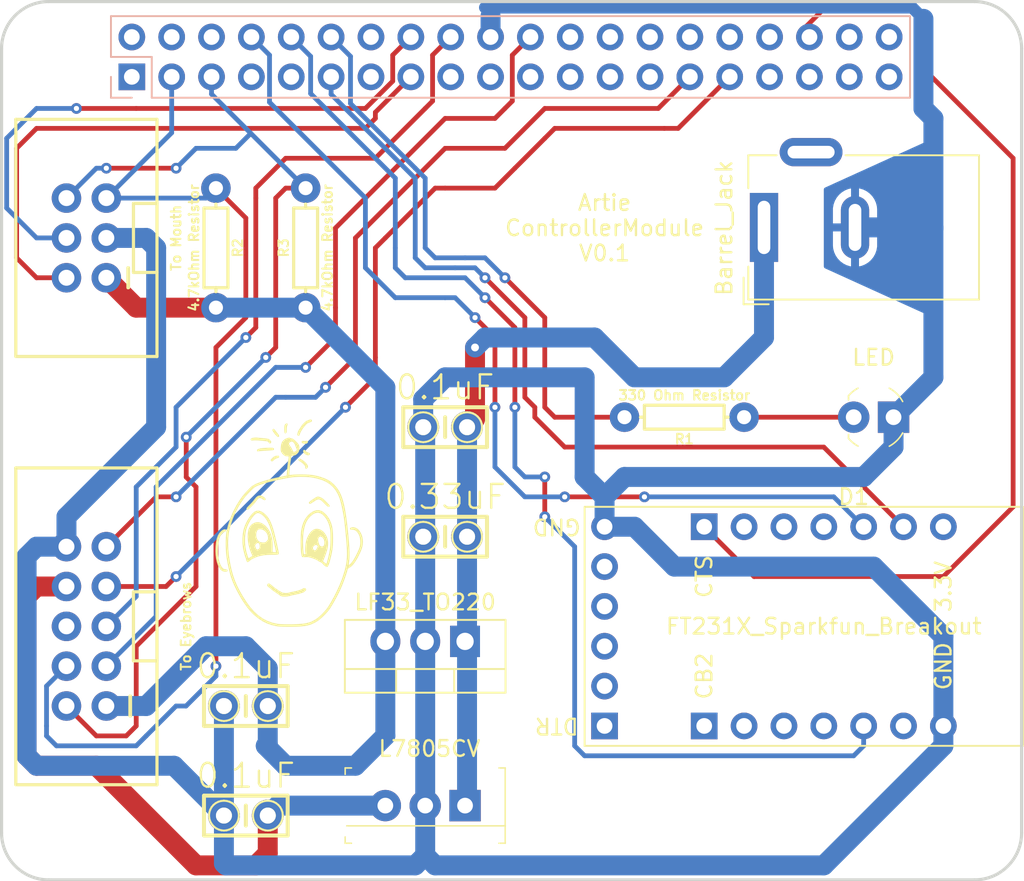
<source format=kicad_pcb>
(kicad_pcb (version 20211014) (generator pcbnew)
  (layers (0 "F.Cu" signal) (31 "B.Cu" signal) (34 "B.Paste" user) (35 "F.Paste" user) (36 "B.SilkS" user "B.Silkscreen") (37 "F.SilkS" user "F.Silkscreen") (38 "B.Mask" user) (39 "F.Mask" user) (44 "Edge.Cuts" user))
  (net 0 "")
  (net 3 "+9V")
  (net 5 "GND")
  (net 8 "5V")
  (net 10 "3.3V")
  (net 11 "Net-(D1-Pad2)")
  (net 12 "/I2C_SDA")
  (net 15 "/I2C_SCL")
  (net 16 "/UART_TX")
  (net 18 "/UART_RX")
  (net 20 "/RTS")
  (net 22 "/LED")
  (net 29 "/SWDIO_MOUTH")
  (net 31 "/SWCLK_MOUTH")
  (net 36 "/SWDIO_EYEBROW_L")
  (net 41 "/SWCLK_EYEBROW_L")
  (net 42 "/SWDIO_EYEBROW_R")
  (net 43 "/SWCLK_EYEBROW_R")
  (net 44 "/CTS")
  (footprint "artielib:MountingHole_2.75mm_NoPad" (layer "F.Cu") (at 174.84 83.82)
    (fp_text reference "H4" hide)
    (fp_text value "MountingHole" hide)
    (pad "" np_thru_hole circle locked (at 0 0) (size 2.75 2.75) (drill 2.75) (layers *.Cu *.Mask))
  )
  (footprint "SparkFunConnectors:2X3-SHROUDED" (layer "F.Cu") (at 118.745 72.39 180)
    (fp_text reference "J5" hide)
    (fp_text value "To Mouth" (at -5.715 0 90) (layer "F.SilkS") (effects (font (size 0.6096 0.6096) (thickness 0.127))))
    (pad "1" thru_hole circle locked (at -1.27 -2.54 180) (size 1.8796 1.8796) (drill 1.016) (layers *.Cu *.Mask) (net 10 "3.3V"))
    (pad "2" thru_hole circle locked (at 1.27 -2.54 180) (size 1.8796 1.8796) (drill 1.016) (layers *.Cu *.Mask) (net 29 "/SWDIO_MOUTH"))
    (pad "3" thru_hole circle locked (at -1.27 0 180) (size 1.8796 1.8796) (drill 1.016) (layers *.Cu *.Mask) (net 5 "GND"))
    (pad "4" thru_hole circle locked (at 1.27 0 180) (size 1.8796 1.8796) (drill 1.016) (layers *.Cu *.Mask) (net 31 "/SWCLK_MOUTH"))
    (pad "5" thru_hole circle locked (at -1.27 2.54 180) (size 1.8796 1.8796) (drill 1.016) (layers *.Cu *.Mask) (net 12 "/I2C_SDA"))
    (pad "6" thru_hole circle locked (at 1.27 2.54 180) (size 1.8796 1.8796) (drill 1.016) (layers *.Cu *.Mask) (net 15 "/I2C_SCL"))
  )
  (footprint "SparkFunConnectors:2X5-SHROUDED" (layer "F.Cu") (at 118.745 97.155 180)
    (fp_text reference "J4" hide)
    (fp_text value "To Eyebrows" (at -6.35 0 90) (layer "F.SilkS") (effects (font (size 0.6096 0.6096) (thickness 0.127))))
    (pad "1" thru_hole circle locked (at -1.27 -5.08 180) (size 1.8796 1.8796) (drill 1.016) (layers *.Cu *.Mask) (net 10 "3.3V"))
    (pad "2" thru_hole circle locked (at 1.27 -5.08 180) (size 1.8796 1.8796) (drill 1.016) (layers *.Cu *.Mask) (net 15 "/I2C_SCL"))
    (pad "3" thru_hole circle locked (at -1.27 -2.54 180) (size 1.8796 1.8796) (drill 1.016) (layers *.Cu *.Mask) (net 41 "/SWCLK_EYEBROW_L"))
    (pad "4" thru_hole circle locked (at 1.27 -2.54 180) (size 1.8796 1.8796) (drill 1.016) (layers *.Cu *.Mask) (net 12 "/I2C_SDA"))
    (pad "5" thru_hole circle locked (at -1.27 0 180) (size 1.8796 1.8796) (drill 1.016) (layers *.Cu *.Mask) (net 36 "/SWDIO_EYEBROW_L"))
    (pad "6" thru_hole circle locked (at 1.27 0 180) (size 1.8796 1.8796) (drill 1.016) (layers *.Cu *.Mask))
    (pad "7" thru_hole circle locked (at -1.27 2.54 180) (size 1.8796 1.8796) (drill 1.016) (layers *.Cu *.Mask) (net 43 "/SWCLK_EYEBROW_R"))
    (pad "8" thru_hole circle locked (at 1.27 2.54 180) (size 1.8796 1.8796) (drill 1.016) (layers *.Cu *.Mask) (net 8 "5V"))
    (pad "9" thru_hole circle locked (at -1.27 5.08 180) (size 1.8796 1.8796) (drill 1.016) (layers *.Cu *.Mask) (net 42 "/SWDIO_EYEBROW_R"))
    (pad "10" thru_hole circle locked (at 1.27 5.08 180) (size 1.8796 1.8796) (drill 1.016) (layers *.Cu *.Mask) (net 5 "GND"))
  )
  (footprint "SparkFunResistors:AXIAL-0.3" (layer "F.Cu") (at 132.715 73.025 90)
    (fp_text reference "R3" (at 0 -1.397 90) (layer "F.SilkS") (effects (font (size 0.6096 0.6096) (thickness 0.127))))
    (fp_text value "4.7kOhm Resistor" (at 0 1.397 90) (layer "F.SilkS") (effects (font (size 0.6096 0.6096) (thickness 0.127))))
    (pad "P$1" thru_hole circle locked (at -3.81 0 90) (size 1.8796 1.8796) (drill 0.89916) (layers *.Cu *.Mask) (net 10 "3.3V"))
    (pad "P$2" thru_hole circle locked (at 3.81 0 90) (size 1.8796 1.8796) (drill 0.89916) (layers *.Cu *.Mask) (net 15 "/I2C_SCL"))
  )
  (footprint "digikey-footprints:TO-220-3" (layer "F.Cu") (at 142.875 108.585 180)
    (fp_text reference "U1" hide)
    (fp_text value "L7805CV" (at 2.269998 3.62999) (layer "F.SilkS"))
    (pad "1" thru_hole rect locked (at 0 0 180) (size 2 2) (drill 1) (layers *.Cu *.Mask) (net 3 "+9V"))
    (pad "2" thru_hole circle locked (at 2.54 0 180) (size 2 2) (drill 1) (layers *.Cu *.Mask) (net 5 "GND"))
    (pad "3" thru_hole circle locked (at 5.08 0 180) (size 2 2) (drill 1) (layers *.Cu *.Mask) (net 8 "5V"))
  )
  (footprint "LOGO" (layer "F.Cu") (at 131.445 90.805)
    (fp_text reference "G***" hide)
    (fp_text value "LOGO" hide)
  )
  (footprint "SparkFunResistors:AXIAL-0.3" (layer "F.Cu") (at 127 73.025 -90)
    (fp_text reference "R2" (at 0 -1.397 90) (layer "F.SilkS") (effects (font (size 0.6096 0.6096) (thickness 0.127))))
    (fp_text value "4.7kOhm Resistor" (at 0 1.397 90) (layer "F.SilkS") (effects (font (size 0.6096 0.6096) (thickness 0.127))))
    (pad "P$1" thru_hole circle locked (at -3.81 0 270) (size 1.8796 1.8796) (drill 0.89916) (layers *.Cu *.Mask) (net 12 "/I2C_SDA"))
    (pad "P$2" thru_hole circle locked (at 3.81 0 270) (size 1.8796 1.8796) (drill 0.89916) (layers *.Cu *.Mask) (net 10 "3.3V"))
  )
  (footprint "artielib:MountingHole_2.75mm_NoPad" (layer "F.Cu") (at 116.84 60.82)
    (fp_text reference "H1" hide)
    (fp_text value "MountingHole" hide)
    (pad "" np_thru_hole circle locked (at 0 0) (size 2.75 2.75) (drill 2.75) (layers *.Cu *.Mask))
  )
  (footprint "SparkFunCapacitors:CAP-PTH-SMALL-KIT" (layer "F.Cu") (at 141.605 91.44 180)
    (fp_text reference "C1" hide)
    (fp_text value "0.33uF" (at 0 2.54) (layer "F.SilkS") (effects (font (size 1.524 1.524))))
    (pad "1" thru_hole circle locked (at -1.397 0 180) (size 2.032 2.032) (drill 1.016) (layers *.Cu *.Mask) (net 3 "+9V"))
    (pad "2" thru_hole circle locked (at 1.397 0 180) (size 2.032 2.032) (drill 1.016) (layers *.Cu *.Mask) (net 5 "GND"))
  )
  (footprint "SparkFunCapacitors:CAP-PTH-SMALL-KIT" (layer "F.Cu") (at 141.605 84.455 180)
    (fp_text reference "C2" hide)
    (fp_text value "0.1uF" (at 0 2.54) (layer "F.SilkS") (effects (font (size 1.524 1.524))))
    (pad "1" thru_hole circle locked (at -1.397 0 180) (size 2.032 2.032) (drill 1.016) (layers *.Cu *.Mask) (net 3 "+9V"))
    (pad "2" thru_hole circle locked (at 1.397 0 180) (size 2.032 2.032) (drill 1.016) (layers *.Cu *.Mask) (net 5 "GND"))
  )
  (footprint "artielib:FT231X_Sparkfun_Breakout" (layer "F.Cu") (at 165.735 90.805 90)
    (fp_text reference "J2" hide)
    (fp_text value "FT231X_Sparkfun_Breakout" (at -6.35 0 unlocked) (layer "F.SilkS"))
    (fp_text user "CTS" (at -3.175 -7.62 90 unlocked) (layer "F.SilkS"))
    (fp_text user "DTR" (at -12.7 -17.018 180 unlocked) (layer "F.SilkS"))
    (fp_text user "GND" (at -8.89 7.62 90 unlocked) (layer "F.SilkS"))
    (fp_text user "3.3V" (at -3.81 7.62 90 unlocked) (layer "F.SilkS"))
    (fp_text user "GND" (at 0 -17.018 180 unlocked) (layer "F.SilkS"))
    (fp_text user "CB2" (at -9.525 -7.62 90 unlocked) (layer "F.SilkS"))
    (pad "1" thru_hole rect (at -12.7 -13.97 180) (size 1.7 1.7) (drill 1) (layers *.Cu *.Mask))
    (pad "2" thru_hole oval (at -10.16 -13.97 180) (size 1.7 1.7) (drill 1) (layers *.Cu *.Mask))
    (pad "3" thru_hole oval (at -7.62 -13.97 180) (size 1.7 1.7) (drill 1) (layers *.Cu *.Mask))
    (pad "4" thru_hole oval (at -5.08 -13.97 180) (size 1.7 1.7) (drill 1) (layers *.Cu *.Mask))
    (pad "5" thru_hole oval (at -2.54 -13.97 180) (size 1.7 1.7) (drill 1) (layers *.Cu *.Mask))
    (pad "6" thru_hole oval (at 0 -13.97 180) (size 1.7 1.7) (drill 1) (layers *.Cu *.Mask) (net 5 "GND"))
    (pad "7" thru_hole rect (at 0 -7.62 90) (size 1.7 1.7) (drill 1) (layers *.Cu *.Mask) (net 44 "/CTS"))
    (pad "8" thru_hole oval (at 0 -5.08 90) (size 1.7 1.7) (drill 1) (layers *.Cu *.Mask))
    (pad "9" thru_hole oval (at 0 -2.54 90) (size 1.7 1.7) (drill 1) (layers *.Cu *.Mask))
    (pad "10" thru_hole oval (at 0 0 90) (size 1.7 1.7) (drill 1) (layers *.Cu *.Mask))
    (pad "11" thru_hole oval (at 0 2.54 90) (size 1.7 1.7) (drill 1) (layers *.Cu *.Mask) (net 16 "/UART_TX"))
    (pad "12" thru_hole oval (at 0 5.08 90) (size 1.7 1.7) (drill 1) (layers *.Cu *.Mask) (net 20 "/RTS"))
    (pad "13" thru_hole oval (at 0 7.62 90) (size 1.7 1.7) (drill 1) (layers *.Cu *.Mask))
    (pad "14" thru_hole oval (at -12.7 7.62 90) (size 1.7 1.7) (drill 1) (layers *.Cu *.Mask) (net 5 "GND"))
    (pad "15" thru_hole oval (at -12.7 5.08 90) (size 1.7 1.7) (drill 1) (layers *.Cu *.Mask))
    (pad "16" thru_hole oval (at -12.7 2.54 90) (size 1.7 1.7) (drill 1) (layers *.Cu *.Mask) (net 18 "/UART_RX"))
    (pad "17" thru_hole oval (at -12.7 0 90) (size 1.7 1.7) (drill 1) (layers *.Cu *.Mask))
    (pad "18" thru_hole oval (at -12.7 -2.54 90) (size 1.7 1.7) (drill 1) (layers *.Cu *.Mask))
    (pad "19" thru_hole oval (at -12.7 -5.08 90) (size 1.7 1.7) (drill 1) (layers *.Cu *.Mask))
    (pad "20" thru_hole rect (at -12.7 -7.62 90) (size 1.7 1.7) (drill 1) (layers *.Cu *.Mask))
  )
  (footprint "digikey-footprints:LED_3mm_Radial" (layer "F.Cu") (at 167.64 83.82 180)
    (fp_text reference "D1" (at 0 -5.08) (layer "F.SilkS"))
    (fp_text value "LED" (at -1.27 3.81) (layer "F.SilkS"))
    (pad "1" thru_hole rect locked (at -2.54 0 180) (size 2 2) (drill 1) (layers *.Cu *.Mask) (net 5 "GND"))
    (pad "2" thru_hole circle locked (at 0 0 180) (size 2 2) (drill 1) (layers *.Cu *.Mask) (net 11 "Net-(D1-Pad2)"))
  )
  (footprint "SparkFunCapacitors:CAP-PTH-SMALL-KIT" (layer "F.Cu") (at 128.905 102.235 180)
    (fp_text reference "C4" hide)
    (fp_text value "0.1uF" (at 0 2.54) (layer "F.SilkS") (effects (font (size 1.524 1.524))))
    (pad "1" thru_hole circle locked (at -1.397 0 180) (size 2.032 2.032) (drill 1.016) (layers *.Cu *.Mask) (net 10 "3.3V"))
    (pad "2" thru_hole circle locked (at 1.397 0 180) (size 2.032 2.032) (drill 1.016) (layers *.Cu *.Mask) (net 5 "GND"))
  )
  (footprint "artielib:MountingHole_2.75mm_NoPad" (layer "F.Cu") (at 174.84 109.82)
    (fp_text reference "H6" hide)
    (fp_text value "MountingHole" hide)
    (pad "" np_thru_hole circle locked (at 0 0) (size 2.75 2.75) (drill 2.75) (layers *.Cu *.Mask))
  )
  (footprint "artielib:MountingHole_2.75mm_NoPad" (layer "F.Cu") (at 116.84 83.82)
    (fp_text reference "H3" hide)
    (fp_text value "MountingHole" hide)
    (pad "" np_thru_hole circle locked (at 0 0) (size 2.75 2.75) (drill 2.75) (layers *.Cu *.Mask))
  )
  (footprint "artielib:MountingHole_2.75mm_NoPad" (layer "F.Cu") (at 174.84 60.82)
    (fp_text reference "H2" hide)
    (fp_text value "MountingHole" hide)
    (pad "" np_thru_hole circle locked (at 0 0) (size 2.75 2.75) (drill 2.75) (layers *.Cu *.Mask))
  )
  (footprint "Package_TO_SOT_THT:TO-220-3_Vertical" (layer "F.Cu") (at 142.875 98.115 180)
    (fp_text reference "U2" hide)
    (fp_text value "LF33_TO220" (at 2.54 2.500002) (layer "F.SilkS"))
    (pad "1" thru_hole rect (at 0 0 180) (size 1.905 2) (drill 1.1) (layers *.Cu *.Mask) (net 3 "+9V"))
    (pad "2" thru_hole oval (at 2.54 0 180) (size 1.905 2) (drill 1.1) (layers *.Cu *.Mask) (net 5 "GND"))
    (pad "3" thru_hole oval (at 5.08 0 180) (size 1.905 2) (drill 1.1) (layers *.Cu *.Mask) (net 10 "3.3V"))
  )
  (footprint "Connector_BarrelJack:BarrelJack_Wuerth_6941xx301002" (layer "F.Cu") (at 161.925 71.72 90)
    (fp_text reference "J3" hide)
    (fp_text value "Barrel_Jack" (at -0.035 -2.54 90) (layer "F.SilkS"))
    (pad "1" thru_hole rect (at 0 0 90) (size 4.4 1.8) (drill oval 3.4 0.8) (layers *.Cu *.Mask) (net 3 "+9V"))
    (pad "2" thru_hole oval (at 0 5.8 90) (size 4 1.8) (drill oval 3 0.8) (layers *.Cu *.Mask) (net 5 "GND"))
    (pad "3" thru_hole oval (at 4.8 3 180) (size 4 1.8) (drill oval 3 0.8) (layers *.Cu *.Mask))
  )
  (footprint "artielib:MountingHole_2.75mm_NoPad" (layer "F.Cu") (at 116.84 109.82)
    (fp_text reference "H5" hide)
    (fp_text value "MountingHole" hide)
    (pad "" np_thru_hole circle locked (at 0 0) (size 2.75 2.75) (drill 2.75) (layers *.Cu *.Mask))
  )
  (footprint "SparkFunCapacitors:CAP-PTH-SMALL-KIT" (layer "F.Cu") (at 128.905 109.22 180)
    (fp_text reference "C3" hide)
    (fp_text value "0.1uF" (at 0 2.54) (layer "F.SilkS") (effects (font (size 1.524 1.524))))
    (pad "1" thru_hole circle locked (at -1.397 0 180) (size 2.032 2.032) (drill 1.016) (layers *.Cu *.Mask) (net 8 "5V"))
    (pad "2" thru_hole circle locked (at 1.397 0 180) (size 2.032 2.032) (drill 1.016) (layers *.Cu *.Mask) (net 5 "GND"))
  )
  (footprint "SparkFunResistors:AXIAL-0.3" (layer "F.Cu") (at 156.845 83.82 180)
    (fp_text reference "R1" (at 0 -1.397) (layer "F.SilkS") (effects (font (size 0.6096 0.6096) (thickness 0.127))))
    (fp_text value "330 Ohm Resistor" (at 0 1.397) (layer "F.SilkS") (effects (font (size 0.6096 0.6096) (thickness 0.127))))
    (pad "P$1" thru_hole circle locked (at -3.81 0 180) (size 1.8796 1.8796) (drill 0.89916) (layers *.Cu *.Mask) (net 11 "Net-(D1-Pad2)"))
    (pad "P$2" thru_hole circle locked (at 3.81 0 180) (size 1.8796 1.8796) (drill 0.89916) (layers *.Cu *.Mask) (net 22 "/LED"))
  )
  (footprint "artielib:PinSocket_2x20_P2.54mm_Vertical" (layer "B.Cu") (at 121.64 62.12 -90)
    (fp_text reference "J1" hide)
    (fp_text value "Raspberry_Pi_B" hide)
    (pad "1" thru_hole rect locked (at 0 0 270) (size 1.7 1.7) (drill 1) (layers *.Cu *.Mask))
    (pad "2" thru_hole oval locked (at -2.54 0 270) (size 1.7 1.7) (drill 1) (layers *.Cu *.Mask))
    (pad "3" thru_hole oval locked (at 0 -2.54 270) (size 1.7 1.7) (drill 1) (layers *.Cu *.Mask) (net 12 "/I2C_SDA"))
    (pad "4" thru_hole oval locked (at -2.54 -2.54 270) (size 1.7 1.7) (drill 1) (layers *.Cu *.Mask))
    (pad "5" thru_hole oval locked (at 0 -5.08 270) (size 1.7 1.7) (drill 1) (layers *.Cu *.Mask) (net 15 "/I2C_SCL"))
    (pad "6" thru_hole oval locked (at -2.54 -5.08 270) (size 1.7 1.7) (drill 1) (layers *.Cu *.Mask))
    (pad "7" thru_hole oval locked (at 0 -7.62 270) (size 1.7 1.7) (drill 1) (layers *.Cu *.Mask))
    (pad "8" thru_hole oval locked (at -2.54 -7.62 270) (size 1.7 1.7) (drill 1) (layers *.Cu *.Mask) (net 16 "/UART_TX"))
    (pad "9" thru_hole oval locked (at 0 -10.16 270) (size 1.7 1.7) (drill 1) (layers *.Cu *.Mask))
    (pad "10" thru_hole oval locked (at -2.54 -10.16 270) (size 1.7 1.7) (drill 1) (layers *.Cu *.Mask) (net 18 "/UART_RX"))
    (pad "11" thru_hole oval locked (at 0 -12.7 270) (size 1.7 1.7) (drill 1) (layers *.Cu *.Mask) (net 20 "/RTS"))
    (pad "12" thru_hole oval locked (at -2.54 -12.7 270) (size 1.7 1.7) (drill 1) (layers *.Cu *.Mask) (net 22 "/LED"))
    (pad "13" thru_hole oval locked (at 0 -15.24 270) (size 1.7 1.7) (drill 1) (layers *.Cu *.Mask))
    (pad "14" thru_hole oval locked (at -2.54 -15.24 270) (size 1.7 1.7) (drill 1) (layers *.Cu *.Mask))
    (pad "15" thru_hole oval locked (at 0 -17.78 270) (size 1.7 1.7) (drill 1) (layers *.Cu *.Mask) (net 29 "/SWDIO_MOUTH"))
    (pad "16" thru_hole oval locked (at -2.54 -17.78 270) (size 1.7 1.7) (drill 1) (layers *.Cu *.Mask) (net 31 "/SWCLK_MOUTH"))
    (pad "17" thru_hole oval locked (at 0 -20.32 270) (size 1.7 1.7) (drill 1) (layers *.Cu *.Mask))
    (pad "18" thru_hole oval locked (at -2.54 -20.32 270) (size 1.7 1.7) (drill 1) (layers *.Cu *.Mask) (net 36 "/SWDIO_EYEBROW_L"))
    (pad "19" thru_hole oval locked (at 0 -22.86 270) (size 1.7 1.7) (drill 1) (layers *.Cu *.Mask))
    (pad "20" thru_hole oval locked (at -2.54 -22.86 270) (size 1.7 1.7) (drill 1) (layers *.Cu *.Mask) (net 5 "GND"))
    (pad "21" thru_hole oval locked (at 0 -25.4 270) (size 1.7 1.7) (drill 1) (layers *.Cu *.Mask))
    (pad "22" thru_hole oval locked (at -2.54 -25.4 270) (size 1.7 1.7) (drill 1) (layers *.Cu *.Mask) (net 41 "/SWCLK_EYEBROW_L"))
    (pad "23" thru_hole oval locked (at 0 -27.94 270) (size 1.7 1.7) (drill 1) (layers *.Cu *.Mask))
    (pad "24" thru_hole oval locked (at -2.54 -27.94 270) (size 1.7 1.7) (drill 1) (layers *.Cu *.Mask))
    (pad "25" thru_hole oval locked (at 0 -30.48 270) (size 1.7 1.7) (drill 1) (layers *.Cu *.Mask))
    (pad "26" thru_hole oval locked (at -2.54 -30.48 270) (size 1.7 1.7) (drill 1) (layers *.Cu *.Mask))
    (pad "27" thru_hole oval locked (at 0 -33.02 270) (size 1.7 1.7) (drill 1) (layers *.Cu *.Mask))
    (pad "28" thru_hole oval locked (at -2.54 -33.02 270) (size 1.7 1.7) (drill 1) (layers *.Cu *.Mask))
    (pad "29" thru_hole oval locked (at 0 -35.56 270) (size 1.7 1.7) (drill 1) (layers *.Cu *.Mask) (net 42 "/SWDIO_EYEBROW_R"))
    (pad "30" thru_hole oval locked (at -2.54 -35.56 270) (size 1.7 1.7) (drill 1) (layers *.Cu *.Mask))
    (pad "31" thru_hole oval locked (at 0 -38.1 270) (size 1.7 1.7) (drill 1) (layers *.Cu *.Mask) (net 43 "/SWCLK_EYEBROW_R"))
    (pad "32" thru_hole oval locked (at -2.54 -38.1 270) (size 1.7 1.7) (drill 1) (layers *.Cu *.Mask))
    (pad "33" thru_hole oval locked (at 0 -40.64 270) (size 1.7 1.7) (drill 1) (layers *.Cu *.Mask))
    (pad "34" thru_hole oval locked (at -2.54 -40.64 270) (size 1.7 1.7) (drill 1) (layers *.Cu *.Mask))
    (pad "35" thru_hole oval locked (at 0 -43.18 270) (size 1.7 1.7) (drill 1) (layers *.Cu *.Mask))
    (pad "36" thru_hole oval locked (at -2.54 -43.18 270) (size 1.7 1.7) (drill 1) (layers *.Cu *.Mask) (net 44 "/CTS"))
    (pad "37" thru_hole oval locked (at 0 -45.72 270) (size 1.7 1.7) (drill 1) (layers *.Cu *.Mask))
    (pad "38" thru_hole oval locked (at -2.54 -45.72 270) (size 1.7 1.7) (drill 1) (layers *.Cu *.Mask))
    (pad "39" thru_hole oval locked (at 0 -48.26 270) (size 1.7 1.7) (drill 1) (layers *.Cu *.Mask))
    (pad "40" thru_hole oval locked (at -2.54 -48.26 270) (size 1.7 1.7) (drill 1) (layers *.Cu *.Mask))
  )
  (gr_line (start 116.34 113.32) (end 175.34 113.32) (layer "Edge.Cuts") (width 0.2))
  (gr_arc (start 113.34 60.32) (mid 114.21868 58.19868) (end 116.34 57.32) (layer "Edge.Cuts") (width 0.2))
  (gr_arc (start 178.34 110.32) (mid 177.46132 112.44132) (end 175.34 113.32) (layer "Edge.Cuts") (width 0.2))
  (gr_line (start 175.34 57.32) (end 116.34 57.32) (layer "Edge.Cuts") (width 0.2))
  (gr_arc (start 175.34 57.32) (mid 177.46132 58.19868) (end 178.34 60.32) (layer "Edge.Cuts") (width 0.2))
  (gr_arc (start 116.34 113.32) (mid 114.21868 112.44132) (end 113.34 110.32) (layer "Edge.Cuts") (width 0.2))
  (gr_line (start 178.34 60.32) (end 178.34 110.32) (layer "Edge.Cuts") (width 0.2))
  (gr_line (start 113.34 60.32) (end 113.34 110.32) (layer "Edge.Cuts") (width 0.2))
  (gr_text "Artie\nControllerModule\nV0.1" (at 151.765 71.755) (layer "F.SilkS") (effects (font (size 1 1))))
  (segment (start 143.51 79.375) (end 143.51 83.947) (width 1.27) (layer "F.Cu") (net 3))
  (segment (start 143.51 83.947) (end 143.002 84.455) (width 1.27) (layer "F.Cu") (net 3))
  (via (at 143.51 79.375) (size 1) (drill 0.5) (layers "F.Cu" "B.Cu") (net 3))
  (segment (start 161.925 78.74) (end 161.925 71.72) (width 1.27) (layer "B.Cu") (net 3))
  (segment (start 144.145 78.74) (end 151.13 78.74) (width 1.27) (layer "B.Cu") (net 3))
  (segment (start 143.51 79.375) (end 144.145 78.74) (width 1.27) (layer "B.Cu") (net 3))
  (segment (start 159.385 81.28) (end 161.925 78.74) (width 1.27) (layer "B.Cu") (net 3))
  (segment (start 153.67 81.28) (end 159.385 81.28) (width 1.27) (layer "B.Cu") (net 3))
  (segment (start 143.002 84.455) (end 143.002 108.458) (width 1.27) (layer "B.Cu") (net 3))
  (segment (start 143.002 108.458) (end 142.875 108.585) (width 1.27) (layer "B.Cu") (net 3))
  (segment (start 151.13 78.74) (end 153.67 81.28) (width 1.27) (layer "B.Cu") (net 3))
  (segment (start 150.495 81.28) (end 150.495 87.63) (width 1.27) (layer "B.Cu") (net 5))
  (segment (start 153.035 87.63) (end 168.275 87.63) (width 1.27) (layer "B.Cu") (net 5))
  (segment (start 172.685 71.72) (end 172.72 71.755) (width 1.27) (layer "B.Cu") (net 5))
  (segment (start 173.355 104.775) (end 173.355 103.505) (width 1.27) (layer "B.Cu") (net 5))
  (segment (start 151.765 90.805) (end 151.765 88.9) (width 1.27) (layer "B.Cu") (net 5))
  (segment (start 150.495 87.63) (end 151.765 88.9) (width 1.27) (layer "B.Cu") (net 5))
  (segment (start 115.57 106.045) (end 124.333 106.045) (width 1.27) (layer "B.Cu") (net 5))
  (segment (start 114.935 92.71) (end 114.935 105.41) (width 1.27) (layer "B.Cu") (net 5))
  (segment (start 140.335 111.76) (end 140.97 112.395) (width 1.27) (layer "B.Cu") (net 5))
  (segment (start 172.72 64.77) (end 172.72 71.755) (width 1.27) (layer "B.Cu") (net 5))
  (segment (start 156.21 93.345) (end 153.67 90.805) (width 1.27) (layer "B.Cu") (net 5))
  (segment (start 114.935 105.41) (end 115.57 106.045) (width 1.27) (layer "B.Cu") (net 5))
  (segment (start 127.508 102.235) (end 127.508 109.22) (width 1.27) (layer "B.Cu") (net 5))
  (segment (start 127.508 112.268) (end 127.635 112.395) (width 1.27) (layer "B.Cu") (net 5))
  (segment (start 120.015 72.39) (end 122.555 72.39) (width 1.27) (layer "B.Cu") (net 5))
  (segment (start 115.57 92.075) (end 114.935 92.71) (width 1.27) (layer "B.Cu") (net 5))
  (segment (start 127.635 112.395) (end 139.7 112.395) (width 1.27) (layer "B.Cu") (net 5))
  (segment (start 173.355 103.505) (end 173.355 97.79) (width 1.27) (layer "B.Cu") (net 5))
  (segment (start 172.72 71.755) (end 172.72 81.28) (width 1.27) (layer "B.Cu") (net 5))
  (segment (start 140.335 84.582) (end 140.208 84.455) (width 1.27) (layer "B.Cu") (net 5))
  (segment (start 122.555 72.39) (end 123.19 73.025) (width 1.27) (layer "B.Cu") (net 5))
  (segment (start 153.67 90.805) (end 151.765 90.805) (width 1.27) (layer "B.Cu") (net 5))
  (segment (start 173.355 97.79) (end 168.91 93.345) (width 1.27) (layer "B.Cu") (net 5))
  (segment (start 170.18 85.725) (end 170.18 83.82) (width 1.27) (layer "B.Cu") (net 5))
  (segment (start 151.765 88.9) (end 153.035 87.63) (width 1.27) (layer "B.Cu") (net 5))
  (segment (start 165.735 112.395) (end 173.355 104.775) (width 1.27) (layer "B.Cu") (net 5))
  (segment (start 123.19 73.025) (end 123.19 84.455) (width 1.27) (layer "B.Cu") (net 5))
  (segment (start 144.145 57.701) (end 171.366 57.701) (width 0.762) (layer "B.Cu") (net 5))
  (segment (start 140.335 108.585) (end 140.335 84.582) (width 1.27) (layer "B.Cu") (net 5))
  (segment (start 172.085 64.135) (end 172.72 64.77) (width 1.27) (layer "B.Cu") (net 5))
  (segment (start 144.5 59.58) (end 144.5 58.235) (width 1.27) (layer "B.Cu") (net 5))
  (segment (start 168.91 93.345) (end 156.21 93.345) (width 1.27) (layer "B.Cu") (net 5))
  (segment (start 172.72 81.28) (end 170.18 83.82) (width 1.27) (layer "B.Cu") (net 5))
  (segment (start 124.333 106.045) (end 127.508 109.22) (width 1.27) (layer "B.Cu") (net 5))
  (segment (start 139.7 112.395) (end 140.335 111.76) (width 1.27) (layer "B.Cu") (net 5))
  (segment (start 150.495 81.28) (end 141.605 81.28) (width 1.27) (layer "B.Cu") (net 5))
  (segment (start 140.208 82.677) (end 140.208 84.455) (width 1.27) (layer "B.Cu") (net 5))
  (segment (start 127.508 109.22) (end 127.508 112.268) (width 1.27) (layer "B.Cu") (net 5))
  (segment (start 117.475 92.075) (end 115.57 92.075) (width 1.27) (layer "B.Cu") (net 5))
  (segment (start 140.335 108.585) (end 140.335 111.76) (width 1.27) (layer "B.Cu") (net 5))
  (segment (start 117.475 90.17) (end 117.475 92.075) (width 1.27) (layer "B.Cu") (net 5))
  (segment (start 167.725 71.72) (end 172.685 71.72) (width 1.27) (layer "B.Cu") (net 5))
  (segment (start 168.275 87.63) (end 170.18 85.725) (width 1.27) (layer "B.Cu") (net 5))
  (segment (start 172.085 58.42) (end 172.085 64.135) (width 1.27) (layer "B.Cu") (net 5))
  (segment (start 140.97 112.395) (end 165.735 112.395) (width 1.27) (layer "B.Cu") (net 5))
  (segment (start 171.366 57.701) (end 172.085 58.42) (width 0.762) (layer "B.Cu") (net 5))
  (segment (start 141.605 81.28) (end 140.208 82.677) (width 1.27) (layer "B.Cu") (net 5))
  (segment (start 123.19 84.455) (end 117.475 90.17) (width 1.27) (layer "B.Cu") (net 5))
  (segment (start 130.302 111.633) (end 129.54 112.395) (width 1.27) (layer "F.Cu") (net 8))
  (segment (start 115.57 106.045) (end 114.935 105.41) (width 1.27) (layer "F.Cu") (net 8))
  (segment (start 119.38 106.045) (end 115.57 106.045) (width 1.27) (layer "F.Cu") (net 8))
  (segment (start 115.57 94.615) (end 117.475 94.615) (width 1.27) (layer "F.Cu") (net 8))
  (segment (start 129.54 112.395) (end 125.73 112.395) (width 1.27) (layer "F.Cu") (net 8))
  (segment (start 114.935 105.41) (end 114.935 95.25) (width 1.27) (layer "F.Cu") (net 8))
  (segment (start 114.935 95.25) (end 115.57 94.615) (width 1.27) (layer "F.Cu") (net 8))
  (segment (start 125.73 112.395) (end 119.38 106.045) (width 1.27) (layer "F.Cu") (net 8))
  (segment (start 130.302 109.22) (end 130.302 111.633) (width 1.27) (layer "F.Cu") (net 8))
  (segment (start 137.795 108.585) (end 130.937 108.585) (width 1.27) (layer "B.Cu") (net 8))
  (segment (start 130.937 108.585) (end 130.302 109.22) (width 1.27) (layer "B.Cu") (net 8))
  (segment (start 121.92 76.835) (end 120.015 74.93) (width 1.27) (layer "F.Cu") (net 10))
  (segment (start 127 76.835) (end 121.92 76.835) (width 1.27) (layer "F.Cu") (net 10))
  (segment (start 137.795 81.915) (end 137.795 98.115) (width 1.27) (layer "B.Cu") (net 10))
  (segment (start 135.89 106.045) (end 131.445 106.045) (width 1.27) (layer "B.Cu") (net 10))
  (segment (start 122.555 102.235) (end 120.015 102.235) (width 1.27) (layer "B.Cu") (net 10))
  (segment (start 130.302 99.822) (end 128.905 98.425) (width 1.27) (layer "B.Cu") (net 10))
  (segment (start 128.905 98.425) (end 126.365 98.425) (width 1.27) (layer "B.Cu") (net 10))
  (segment (start 127 76.835) (end 132.715 76.835) (width 1.27) (layer "B.Cu") (net 10))
  (segment (start 137.795 98.115) (end 137.795 104.14) (width 1.27) (layer "B.Cu") (net 10))
  (segment (start 130.302 104.648) (end 130.302 102.235) (width 1.27) (layer "B.Cu") (net 10))
  (segment (start 137.795 104.14) (end 135.89 106.045) (width 1.27) (layer "B.Cu") (net 10))
  (segment (start 132.715 76.835) (end 137.795 81.915) (width 1.27) (layer "B.Cu") (net 10))
  (segment (start 131.445 106.045) (end 130.175 104.775) (width 1.27) (layer "B.Cu") (net 10))
  (segment (start 130.175 104.775) (end 130.302 104.648) (width 1.27) (layer "B.Cu") (net 10))
  (segment (start 130.302 102.235) (end 130.302 99.822) (width 1.27) (layer "B.Cu") (net 10))
  (segment (start 126.365 98.425) (end 122.555 102.235) (width 1.27) (layer "B.Cu") (net 10))
  (segment (start 160.655 83.82) (end 167.64 83.82) (width 0.3048) (layer "F.Cu") (net 11))
  (segment (start 128.905 77.47) (end 128.905 71.12) (width 0.3048) (layer "F.Cu") (net 12))
  (segment (start 128.905 71.12) (end 127 69.215) (width 0.3048) (layer "F.Cu") (net 12))
  (segment (start 127 99.695) (end 127 79.375) (width 0.3048) (layer "F.Cu") (net 12))
  (segment (start 127 79.375) (end 128.905 77.47) (width 0.3048) (layer "F.Cu") (net 12))
  (via (at 127 99.695) (size 0.6858) (drill 0.3302) (layers "F.Cu" "B.Cu") (net 12))
  (segment (start 120.015 69.85) (end 126.365 69.85) (width 0.3048) (layer "B.Cu") (net 12))
  (segment (start 126.365 69.85) (end 127 69.215) (width 0.3048) (layer "B.Cu") (net 12))
  (segment (start 116.84 104.775) (end 121.92 104.775) (width 0.3048) (layer "B.Cu") (net 12))
  (segment (start 116.205 104.14) (end 116.84 104.775) (width 0.3048) (layer "B.Cu") (net 12))
  (segment (start 116.205 103.505) (end 116.205 104.14) (width 0.3048) (layer "B.Cu") (net 12))
  (segment (start 124.18 65.685) (end 120.015 69.85) (width 0.3048) (layer "B.Cu") (net 12))
  (segment (start 121.92 104.775) (end 122.555 104.14) (width 0.3048) (layer "B.Cu") (net 12))
  (segment (start 127 100.33) (end 127 99.695) (width 0.3048) (layer "B.Cu") (net 12))
  (segment (start 124.46 102.235) (end 125.095 102.235) (width 0.3048) (layer "B.Cu") (net 12))
  (segment (start 124.18 62.12) (end 124.18 65.685) (width 0.3048) (layer "B.Cu") (net 12))
  (segment (start 116.205 100.965) (end 116.205 103.505) (width 0.3048) (layer "B.Cu") (net 12))
  (segment (start 117.475 99.695) (end 116.205 100.965) (width 0.3048) (layer "B.Cu") (net 12))
  (segment (start 122.555 104.14) (end 124.46 102.235) (width 0.3048) (layer "B.Cu") (net 12))
  (segment (start 125.095 102.235) (end 127 100.33) (width 0.3048) (layer "B.Cu") (net 12))
  (segment (start 125.1072 87.6422) (end 125.73 88.265) (width 0.3048) (layer "F.Cu") (net 15))
  (segment (start 125.73 94.615) (end 121.92 98.425) (width 0.3048) (layer "F.Cu") (net 15))
  (segment (start 121.92 98.425) (end 121.92 103.505) (width 0.3048) (layer "F.Cu") (net 15))
  (segment (start 132.715 69.215) (end 131.445 69.215) (width 0.3048) (layer "F.Cu") (net 15))
  (segment (start 121.92 103.505) (end 121.285 104.14) (width 0.3048) (layer "F.Cu") (net 15))
  (segment (start 119.38 104.14) (end 117.475 102.235) (width 0.3048) (layer "F.Cu") (net 15))
  (segment (start 131.445 69.215) (end 130.81 69.85) (width 0.3048) (layer "F.Cu") (net 15))
  (segment (start 130.81 69.85) (end 130.81 79.375) (width 0.3048) (layer "F.Cu") (net 15))
  (segment (start 124.46 67.945) (end 120.015 67.945) (width 0.3048) (layer "F.Cu") (net 15))
  (segment (start 125.1072 85.09) (end 125.1072 87.6422) (width 0.3048) (layer "F.Cu") (net 15))
  (segment (start 130.81 79.375) (end 130.175 80.01) (width 0.3048) (layer "F.Cu") (net 15))
  (segment (start 125.73 88.265) (end 125.73 94.615) (width 0.3048) (layer "F.Cu") (net 15))
  (segment (start 121.285 104.14) (end 119.38 104.14) (width 0.3048) (layer "F.Cu") (net 15))
  (via (at 130.175 80.01) (size 0.6858) (drill 0.3302) (layers "F.Cu" "B.Cu") (net 15))
  (via (at 120.015 67.945) (size 0.6858) (drill 0.3302) (layers "F.Cu" "B.Cu") (net 15))
  (via (at 125.1072 85.09) (size 0.6858) (drill 0.3302) (layers "F.Cu" "B.Cu") (net 15))
  (via (at 124.46 67.945) (size 0.6858) (drill 0.3302) (layers "F.Cu" "B.Cu") (net 15))
  (segment (start 129.2225 65.7225) (end 132.715 69.215) (width 0.3048) (layer "B.Cu") (net 15))
  (segment (start 129.2225 65.7225) (end 128.27 66.675) (width 0.3048) (layer "B.Cu") (net 15))
  (segment (start 125.1072 85.09) (end 125.1072 85.0778) (width 0.3048) (layer "B.Cu") (net 15))
  (segment (start 128.27 66.675) (end 125.73 66.675) (width 0.3048) (layer "B.Cu") (net 15))
  (segment (start 125.1072 85.0778) (end 130.175 80.01) (width 0.3048) (layer "B.Cu") (net 15))
  (segment (start 120.015 67.945) (end 119.38 67.945) (width 0.3048) (layer "B.Cu") (net 15))
  (segment (start 126.72 63.22) (end 129.2225 65.7225) (width 0.3048) (layer "B.Cu") (net 15))
  (segment (start 125.73 66.675) (end 124.46 67.945) (width 0.3048) (layer "B.Cu") (net 15))
  (segment (start 119.38 67.945) (end 117.475 69.85) (width 0.3048) (layer "B.Cu") (net 15))
  (segment (start 126.72 62.12) (end 126.72 63.22) (width 0.3048) (layer "B.Cu") (net 15))
  (segment (start 144.78 78.74) (end 144.78 83.185) (width 0.3048) (layer "F.Cu") (net 16))
  (segment (start 143.51 77.47) (end 144.78 78.74) (width 0.3048) (layer "F.Cu") (net 16))
  (segment (start 149.225 88.9) (end 154.305 88.9) (width 0.3048) (layer "F.Cu") (net 16))
  (via (at 144.78 83.185) (size 0.6858) (drill 0.3302) (layers "F.Cu" "B.Cu") (net 16))
  (via (at 143.51 77.47) (size 0.6858) (drill 0.3302) (layers "F.Cu" "B.Cu") (net 16))
  (via (at 149.225 88.9) (size 0.6858) (drill 0.3302) (layers "F.Cu" "B.Cu") (net 16))
  (via (at 154.305 88.9) (size 0.6858) (drill 0.3302) (layers "F.Cu" "B.Cu") (net 16))
  (segment (start 129.26 59.58) (end 130.4148 60.7348) (width 0.3048) (layer "B.Cu") (net 16))
  (segment (start 146.685 88.9) (end 149.225 88.9) (width 0.3048) (layer "B.Cu") (net 16))
  (segment (start 142.24 76.2) (end 143.51 77.47) (width 0.3048) (layer "B.Cu") (net 16))
  (segment (start 141.605 76.2) (end 142.24 76.2) (width 0.3048) (layer "B.Cu") (net 16))
  (segment (start 138.43 76.2) (end 141.605 76.2) (width 0.3048) (layer "B.Cu") (net 16))
  (segment (start 166.37 88.9) (end 168.275 90.805) (width 0.3048) (layer "B.Cu") (net 16))
  (segment (start 154.305 88.9) (end 166.37 88.9) (width 0.3048) (layer "B.Cu") (net 16))
  (segment (start 136.525 69.85) (end 136.525 74.295) (width 0.3048) (layer "B.Cu") (net 16))
  (segment (start 130.4148 63.7398) (end 130.81 64.135) (width 0.3048) (layer "B.Cu") (net 16))
  (segment (start 130.81 64.135) (end 136.525 69.85) (width 0.3048) (layer "B.Cu") (net 16))
  (segment (start 136.525 74.295) (end 138.43 76.2) (width 0.3048) (layer "B.Cu") (net 16))
  (segment (start 144.78 86.995) (end 146.685 88.9) (width 0.3048) (layer "B.Cu") (net 16))
  (segment (start 130.4148 60.7348) (end 130.4148 63.7398) (width 0.3048) (layer "B.Cu") (net 16))
  (segment (start 144.78 83.185) (end 144.78 86.995) (width 0.3048) (layer "B.Cu") (net 16))
  (segment (start 146.05 78.74) (end 146.05 83.185) (width 0.3048) (layer "F.Cu") (net 18))
  (segment (start 147.955 87.63) (end 147.955 90.17) (width 0.3048) (layer "F.Cu") (net 18))
  (segment (start 144.145 76.2) (end 146.05 78.105) (width 0.3048) (layer "F.Cu") (net 18))
  (segment (start 146.05 78.105) (end 146.05 78.74) (width 0.3048) (layer "F.Cu") (net 18))
  (via (at 144.145 76.2) (size 0.6858) (drill 0.3302) (layers "F.Cu" "B.Cu") (net 18))
  (via (at 147.955 90.17) (size 0.6858) (drill 0.3302) (layers "F.Cu" "B.Cu") (net 18))
  (via (at 147.955 87.63) (size 0.6858) (drill 0.3302) (layers "F.Cu" "B.Cu") (net 18))
  (via (at 146.05 83.185) (size 0.6858) (drill 0.3302) (layers "F.Cu" "B.Cu") (net 18))
  (segment (start 138.43 74.295) (end 139.065 74.93) (width 0.3048) (layer "B.Cu") (net 18))
  (segment (start 149.86 92.075) (end 149.86 104.775) (width 0.3048) (layer "B.Cu") (net 18))
  (segment (start 142.875 74.93) (end 144.145 76.2) (width 0.3048) (layer "B.Cu") (net 18))
  (segment (start 133.985 64.135) (end 138.43 68.58) (width 0.3048) (layer "B.Cu") (net 18))
  (segment (start 146.05 86.995) (end 146.685 87.63) (width 0.3048) (layer "B.Cu") (net 18))
  (segment (start 138.43 73.025) (end 138.43 74.295) (width 0.3048) (layer "B.Cu") (net 18))
  (segment (start 146.685 87.63) (end 147.955 87.63) (width 0.3048) (layer "B.Cu") (net 18))
  (segment (start 133.035529 63.185529) (end 133.985 64.135) (width 0.3048) (layer "B.Cu") (net 18))
  (segment (start 139.065 74.93) (end 142.875 74.93) (width 0.3048) (layer "B.Cu") (net 18))
  (segment (start 167.64 105.41) (end 168.275 104.775) (width 0.3048) (layer "B.Cu") (net 18))
  (segment (start 146.05 83.185) (end 146.05 86.995) (width 0.3048) (layer "B.Cu") (net 18))
  (segment (start 131.8 59.58) (end 133.035529 60.815529) (width 0.3048) (layer "B.Cu") (net 18))
  (segment (start 150.495 105.41) (end 167.64 105.41) (width 0.3048) (layer "B.Cu") (net 18))
  (segment (start 147.955 90.17) (end 149.86 92.075) (width 0.3048) (layer "B.Cu") (net 18))
  (segment (start 168.275 104.775) (end 168.275 103.505) (width 0.3048) (layer "B.Cu") (net 18))
  (segment (start 149.86 104.775) (end 150.495 105.41) (width 0.3048) (layer "B.Cu") (net 18))
  (segment (start 133.035529 60.815529) (end 133.035529 63.185529) (width 0.3048) (layer "B.Cu") (net 18))
  (segment (start 138.43 68.58) (end 138.43 73.025) (width 0.3048) (layer "B.Cu") (net 18))
  (segment (start 146.685 77.47) (end 146.685 82.55) (width 0.3048) (layer "F.Cu") (net 20))
  (segment (start 146.685 82.55) (end 147.32 83.185) (width 0.3048) (layer "F.Cu") (net 20))
  (segment (start 165.735 85.725) (end 170.815 90.805) (width 0.3048) (layer "F.Cu") (net 20))
  (segment (start 144.145 74.93) (end 146.685 77.47) (width 0.3048) (layer "F.Cu") (net 20))
  (segment (start 147.32 83.82) (end 149.225 85.725) (width 0.3048) (layer "F.Cu") (net 20))
  (segment (start 147.32 83.185) (end 147.32 83.82) (width 0.3048) (layer "F.Cu") (net 20))
  (segment (start 149.225 85.725) (end 165.735 85.725) (width 0.3048) (layer "F.Cu") (net 20))
  (via (at 144.145 74.93) (size 0.6858) (drill 0.3302) (layers "F.Cu" "B.Cu") (net 20))
  (segment (start 142.24 74.295) (end 143.51 74.295) (width 0.3048) (layer "B.Cu") (net 20))
  (segment (start 140.335 74.295) (end 142.24 74.295) (width 0.3048) (layer "B.Cu") (net 20))
  (segment (start 139.7 68.591578) (end 139.7 73.66) (width 0.3048) (layer "B.Cu") (net 20))
  (segment (start 134.34 63.231578) (end 139.694211 68.585789) (width 0.3048) (layer "B.Cu") (net 20))
  (segment (start 134.34 62.12) (end 134.34 63.231578) (width 0.3048) (layer "B.Cu") (net 20))
  (segment (start 139.7 73.66) (end 140.335 74.295) (width 0.3048) (layer "B.Cu") (net 20))
  (segment (start 143.51 74.295) (end 144.145 74.93) (width 0.3048) (layer "B.Cu") (net 20))
  (segment (start 139.694211 68.585789) (end 139.7 68.591578) (width 0.3048) (layer "B.Cu") (net 20))
  (segment (start 148.59 83.82) (end 153.035 83.82) (width 0.3048) (layer "F.Cu") (net 22))
  (segment (start 147.955 77.47) (end 147.955 83.185) (width 0.3048) (layer "F.Cu") (net 22))
  (segment (start 145.415 74.93) (end 147.955 77.47) (width 0.3048) (layer "F.Cu") (net 22))
  (segment (start 147.955 83.185) (end 148.59 83.82) (width 0.3048) (layer "F.Cu") (net 22))
  (via (at 145.415 74.93) (size 0.6858) (drill 0.3302) (layers "F.Cu" "B.Cu") (net 22))
  (segment (start 134.34 59.58) (end 135.575529 60.815529) (width 0.3048) (layer "B.Cu") (net 22))
  (segment (start 135.575529 60.815529) (end 135.575529 63.820529) (width 0.3048) (layer "B.Cu") (net 22))
  (segment (start 135.575529 63.820529) (end 135.89 64.135) (width 0.3048) (layer "B.Cu") (net 22))
  (segment (start 135.89 64.135) (end 139.7 67.945) (width 0.3048) (layer "B.Cu") (net 22))
  (segment (start 139.7 67.945) (end 140.335 68.58) (width 0.3048) (layer "B.Cu") (net 22))
  (segment (start 142.875 73.66) (end 144.145 73.66) (width 0.3048) (layer "B.Cu") (net 22))
  (segment (start 140.97 73.66) (end 142.875 73.66) (width 0.3048) (layer "B.Cu") (net 22))
  (segment (start 144.145 73.66) (end 145.415 74.93) (width 0.3048) (layer "B.Cu") (net 22))
  (segment (start 140.335 68.58) (end 140.335 73.025) (width 0.3048) (layer "B.Cu") (net 22))
  (segment (start 140.335 73.025) (end 140.97 73.66) (width 0.3048) (layer "B.Cu") (net 22))
  (segment (start 137.16 64.38) (end 137.16 64.77) (width 0.3048) (layer "F.Cu") (net 29))
  (segment (start 114.3 73.66) (end 115.57 74.93) (width 0.3048) (layer "F.Cu") (net 29))
  (segment (start 137.16 64.77) (end 136.525 65.405) (width 0.3048) (layer "F.Cu") (net 29))
  (segment (start 114.3 66.675) (end 114.3 73.66) (width 0.3048) (layer "F.Cu") (net 29))
  (segment (start 136.525 65.405) (end 115.57 65.405) (width 0.3048) (layer "F.Cu") (net 29))
  (segment (start 139.42 62.12) (end 137.16 64.38) (width 0.3048) (layer "F.Cu") (net 29))
  (segment (start 115.57 74.93) (end 117.475 74.93) (width 0.3048) (layer "F.Cu") (net 29))
  (segment (start 115.57 65.405) (end 114.3 66.675) (width 0.3048) (layer "F.Cu") (net 29))
  (segment (start 136.525 64.135) (end 121.92 64.135) (width 0.3048) (layer "F.Cu") (net 31))
  (segment (start 121.92 64.135) (end 118.11 64.135) (width 0.3048) (layer "F.Cu") (net 31))
  (segment (start 139.42 59.58) (end 138.2652 60.7348) (width 0.3048) (layer "F.Cu") (net 31))
  (segment (start 138.2652 60.7348) (end 138.2652 62.3948) (width 0.3048) (layer "F.Cu") (net 31))
  (segment (start 138.2652 62.3948) (end 137.16 63.5) (width 0.3048) (layer "F.Cu") (net 31))
  (segment (start 137.16 63.5) (end 136.525 64.135) (width 0.3048) (layer "F.Cu") (net 31))
  (via (at 118.11 64.135) (size 0.6858) (drill 0.3302) (layers "F.Cu" "B.Cu") (net 31))
  (segment (start 118.11 64.135) (end 115.57 64.135) (width 0.3048) (layer "B.Cu") (net 31))
  (segment (start 113.665 70.485) (end 115.57 72.39) (width 0.3048) (layer "B.Cu") (net 31))
  (segment (start 113.665 66.04) (end 113.665 70.485) (width 0.3048) (layer "B.Cu") (net 31))
  (segment (start 115.57 72.39) (end 117.475 72.39) (width 0.3048) (layer "B.Cu") (net 31))
  (segment (start 115.57 64.135) (end 113.665 66.04) (width 0.3048) (layer "B.Cu") (net 31))
  (segment (start 140.335 64.135) (end 137.16 67.31) (width 0.3048) (layer "F.Cu") (net 36))
  (segment (start 129.54 69.85) (end 129.54 78.105) (width 0.3048) (layer "F.Cu") (net 36))
  (segment (start 129.54 69.215) (end 129.54 69.85) (width 0.3048) (layer "F.Cu") (net 36))
  (segment (start 137.16 67.31) (end 131.445 67.31) (width 0.3048) (layer "F.Cu") (net 36))
  (segment (start 140.8052 63.6648) (end 140.335 64.135) (width 0.3048) (layer "F.Cu") (net 36))
  (segment (start 140.8052 60.7348) (end 140.8052 63.6648) (width 0.3048) (layer "F.Cu") (net 36))
  (segment (start 129.54 78.105) (end 128.905 78.74) (width 0.3048) (layer "F.Cu") (net 36))
  (segment (start 141.96 59.58) (end 140.8052 60.7348) (width 0.3048) (layer "F.Cu") (net 36))
  (segment (start 131.445 67.31) (end 129.54 69.215) (width 0.3048) (layer "F.Cu") (net 36))
  (via (at 128.905 78.74) (size 0.6858) (drill 0.3302) (layers "F.Cu" "B.Cu") (net 36))
  (segment (start 121.92 88.265) (end 121.92 95.25) (width 0.3048) (layer "B.Cu") (net 36))
  (segment (start 128.905 78.74) (end 124.46 83.185) (width 0.3048) (layer "B.Cu") (net 36))
  (segment (start 124.46 85.725) (end 121.92 88.265) (width 0.3048) (layer "B.Cu") (net 36))
  (segment (start 124.46 83.185) (end 124.46 85.725) (width 0.3048) (layer "B.Cu") (net 36))
  (segment (start 121.92 95.25) (end 120.015 97.155) (width 0.3048) (layer "B.Cu") (net 36))
  (segment (start 145.8852 60.7348) (end 145.8852 63.6648) (width 0.3048) (layer "F.Cu") (net 41))
  (segment (start 147.04 59.58) (end 145.8852 60.7348) (width 0.3048) (layer "F.Cu") (net 41))
  (segment (start 144.78 64.77) (end 141.605 64.77) (width 0.3048) (layer "F.Cu") (net 41))
  (segment (start 134.62 76.835) (end 134.62 78.74) (width 0.3048) (layer "F.Cu") (net 41))
  (segment (start 134.62 78.74) (end 132.715 80.645) (width 0.3048) (layer "F.Cu") (net 41))
  (segment (start 145.415 64.135) (end 144.78 64.77) (width 0.3048) (layer "F.Cu") (net 41))
  (segment (start 141.605 64.77) (end 135.255 71.12) (width 0.3048) (layer "F.Cu") (net 41))
  (segment (start 134.62 71.755) (end 134.62 76.835) (width 0.3048) (layer "F.Cu") (net 41))
  (segment (start 135.255 71.12) (end 134.62 71.755) (width 0.3048) (layer "F.Cu") (net 41))
  (segment (start 145.8852 63.6648) (end 145.415 64.135) (width 0.3048) (layer "F.Cu") (net 41))
  (via (at 132.715 80.645) (size 0.6858) (drill 0.3302) (layers "F.Cu" "B.Cu") (net 41))
  (segment (start 123.19 96.52) (end 120.015 99.695) (width 0.3048) (layer "B.Cu") (net 41))
  (segment (start 123.19 88.265) (end 123.19 96.52) (width 0.3048) (layer "B.Cu") (net 41))
  (segment (start 130.81 80.645) (end 123.19 88.265) (width 0.3048) (layer "B.Cu") (net 41))
  (segment (start 132.715 80.645) (end 130.81 80.645) (width 0.3048) (layer "B.Cu") (net 41))
  (segment (start 135.89 72.39) (end 135.89 80.01) (width 0.3048) (layer "F.Cu") (net 42))
  (segment (start 147.955 64.135) (end 145.415 66.675) (width 0.3048) (layer "F.Cu") (net 42))
  (segment (start 155.185 64.135) (end 147.955 64.135) (width 0.3048) (layer "F.Cu") (net 42))
  (segment (start 124.46 88.9) (end 123.19 88.9) (width 0.3048) (layer "F.Cu") (net 42))
  (segment (start 123.19 88.9) (end 120.015 92.075) (width 0.3048) (layer "F.Cu") (net 42))
  (segment (start 157.2 62.12) (end 155.185 64.135) (width 0.3048) (layer "F.Cu") (net 42))
  (segment (start 141.605 66.675) (end 135.89 72.39) (width 0.3048) (layer "F.Cu") (net 42))
  (segment (start 145.415 66.675) (end 141.605 66.675) (width 0.3048) (layer "F.Cu") (net 42))
  (segment (start 135.89 80.01) (end 133.985 81.915) (width 0.3048) (layer "F.Cu") (net 42))
  (via (at 133.985 81.915) (size 0.6858) (drill 0.3302) (layers "F.Cu" "B.Cu") (net 42))
  (via (at 124.46 88.9) (size 0.6858) (drill 0.3302) (layers "F.Cu" "B.Cu") (net 42))
  (segment (start 133.985 81.915) (end 133.35 82.55) (width 0.3048) (layer "B.Cu") (net 42))
  (segment (start 130.81 82.55) (end 124.46 88.9) (width 0.3048) (layer "B.Cu") (net 42))
  (segment (start 131.445 82.55) (end 130.81 82.55) (width 0.3048) (layer "B.Cu") (net 42))
  (segment (start 133.35 82.55) (end 131.445 82.55) (width 0.3048) (layer "B.Cu") (net 42))
  (segment (start 159.74 62.12) (end 156.455 65.405) (width 0.3048) (layer "F.Cu") (net 43))
  (segment (start 146.05 67.945) (end 144.78 69.215) (width 0.3048) (layer "F.Cu") (net 43))
  (segment (start 137.16 80.01) (end 137.16 81.28) (width 0.3048) (layer "F.Cu") (net 43))
  (segment (start 141.605 69.215) (end 140.97 69.215) (width 0.3048) (layer "F.Cu") (net 43))
  (segment (start 155.575 65.405) (end 148.59 65.405) (width 0.3048) (layer "F.Cu") (net 43))
  (segment (start 144.78 69.215) (end 141.605 69.215) (width 0.3048) (layer "F.Cu") (net 43))
  (segment (start 137.795 72.39) (end 137.16 73.025) (width 0.3048) (layer "F.Cu") (net 43))
  (segment (start 137.16 73.025) (end 137.16 80.01) (width 0.3048) (layer "F.Cu") (net 43))
  (segment (start 123.825 94.615) (end 120.015 94.615) (width 0.3048) (layer "F.Cu") (net 43))
  (segment (start 156.455 65.405) (end 155.575 65.405) (width 0.3048) (layer "F.Cu") (net 43))
  (segment (start 148.59 65.405) (end 147.955 66.04) (width 0.3048) (layer "F.Cu") (net 43))
  (segment (start 124.46 93.98) (end 123.825 94.615) (width 0.3048) (layer "F.Cu") (net 43))
  (segment (start 140.97 69.215) (end 137.795 72.39) (width 0.3048) (layer "F.Cu") (net 43))
  (segment (start 137.16 81.28) (end 135.255 83.185) (width 0.3048) (layer "F.Cu") (net 43))
  (segment (start 147.955 66.04) (end 146.05 67.945) (width 0.3048) (layer "F.Cu") (net 43))
  (via (at 135.255 83.185) (size 0.6858) (drill 0.3302) (layers "F.Cu" "B.Cu") (net 43))
  (via (at 124.46 93.98) (size 0.6858) (drill 0.3302) (layers "F.Cu" "B.Cu") (net 43))
  (segment (start 135.255 83.185) (end 124.46 93.98) (width 0.3048) (layer "B.Cu") (net 43))
  (segment (start 173.355 93.98) (end 177.8 89.535) (width 0.3048) (layer "F.Cu") (net 44))
  (segment (start 177.8 89.535) (end 177.8 67.31) (width 0.3048) (layer "F.Cu") (net 44))
  (segment (start 171.45 57.785) (end 165.735 57.785) (width 0.3048) (layer "F.Cu") (net 44))
  (segment (start 165.735 57.785) (end 164.465 59.055) (width 0.3048) (layer "F.Cu") (net 44))
  (segment (start 172.085 58.42) (end 171.45 57.785) (width 0.3048) (layer "F.Cu") (net 44))
  (segment (start 161.29 93.98) (end 173.355 93.98) (width 0.3048) (layer "F.Cu") (net 44))
  (segment (start 164.465 59.225) (end 164.82 59.58) (width 0.3048) (layer "F.Cu") (net 44))
  (segment (start 177.8 67.31) (end 172.085 61.595) (width 0.3048) (layer "F.Cu") (net 44))
  (segment (start 164.465 59.055) (end 164.465 59.225) (width 0.3048) (layer "F.Cu") (net 44))
  (segment (start 158.115 90.805) (end 161.29 93.98) (width 0.3048) (layer "F.Cu") (net 44))
  (segment (start 172.085 61.595) (end 172.085 58.42) (width 0.3048) (layer "F.Cu") (net 44))
  (zone (net 5) (net_name "GND") (layer "B.Cu") (name "GND") (connect_pads (clearance 0.508)) (min_thickness 0.254) (fill yes (thermal_gap 0.508) (thermal_bridge_width 0.508))
    (polygon (pts (xy 172.72 77.47) (xy 165.735 74.295) (xy 165.735 69.215) (xy 172.72 66.04)))
  )
)
</source>
